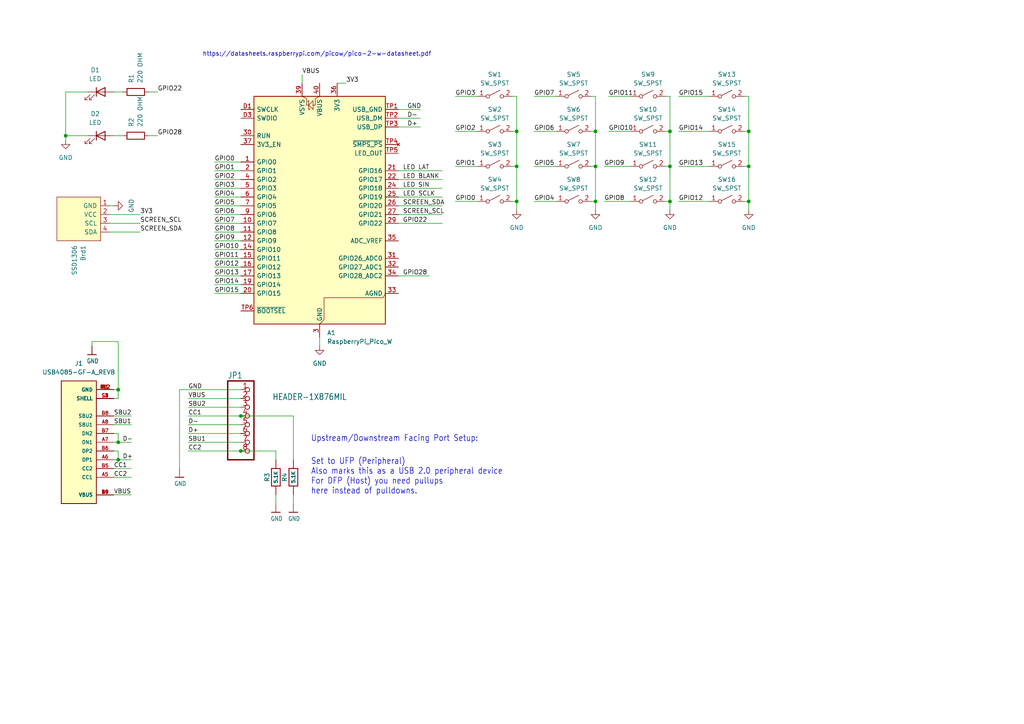
<source format=kicad_sch>
(kicad_sch (version 20250114) (generator "eeschema") (generator_version "9.0")
  (paper "A4")
  (text "https://datasheets.raspberrypi.com/picow/pico-2-w-datasheet.pdf" (at 91.948 15.748 0) (effects (font (size 1.27 1.27))))
  (text "Upstream/Downstream Facing Port Setup:" (at 90.17 128.27 0) (effects (font (size 1.778 1.5113)) (justify left bottom)))
  (text "Please note, the TLC59283DBQ's referance current should be set to aprox. 25mA with a 2.2K resistor\nwith 25mA the P channel transistor the minimium value of the pull up resitor is given by r_min = enabled_voltage / sink_current\nfrom this we get the min R is 180 Some testing may review a better higher value. I think we will start with 300" (at 103.632 221.488 0) (effects (font (size 1.27 1.27))))
  (text "Set to UFP (Peripheral)\nAlso marks this as a USB 2.0 peripheral device\nFor DFP (Host) you need pullups\nhere instead of pulldowns." (at 90.17 143.51 0) (effects (font (size 1.778 1.5113)) (justify left bottom)))
  (junction (at 149.86 38.1))
  (junction (at 175.26 261.62))
  (junction (at 52.07 294.64))
  (junction (at 114.3 311.15))
  (junction (at 78.74 300.99))
  (junction (at 92.71 294.64))
  (junction (at 78.74 255.27))
  (junction (at 172.72 38.1))
  (junction (at 149.86 48.26))
  (junction (at 194.31 38.1))
  (junction (at 217.17 58.42))
  (junction (at 20.32 311.15))
  (junction (at 59.69 260.35))
  (junction (at 39.37 260.35))
  (junction (at 20.32 288.29))
  (junction (at 52.07 248.92))
  (junction (at 72.39 317.5))
  (junction (at 19.05 260.35))
  (junction (at 38.1 300.99))
  (junction (at 38.1 255.27))
  (junction (at 69.85 130.81))
  (junction (at 60.96 265.43))
  (junction (at 72.39 294.64))
  (junction (at 92.71 317.5))
  (junction (at 58.42 255.27))
  (junction (at 19.05 306.07))
  (junction (at 17.78 255.27))
  (junction (at 114.3 264.16))
  (junction (at 17.78 278.13))
  (junction (at 72.39 271.78))
  (junction (at 40.64 311.15))
  (junction (at 40.64 265.43))
  (junction (at 217.17 48.26))
  (junction (at 17.78 300.99))
  (junction (at 172.72 58.42))
  (junction (at 20.32 265.43))
  (junction (at 114.3 232.41))
  (junction (at 34.29 113.03))
  (junction (at 114.3 255.27))
  (junction (at 38.1 278.13))
  (junction (at 217.17 38.1))
  (junction (at 19.05 39.37))
  (junction (at 40.64 288.29))
  (junction (at 52.07 271.78))
  (junction (at 114.3 302.26))
  (junction (at 92.71 271.78))
  (junction (at 39.37 283.21))
  (junction (at 80.01 306.07))
  (junction (at 34.29 133.35))
  (junction (at 80.01 260.35))
  (junction (at 34.29 128.27))
  (junction (at 179.07 261.62))
  (junction (at 39.37 306.07))
  (junction (at 72.39 248.92))
  (junction (at 80.01 283.21))
  (junction (at 19.05 283.21))
  (junction (at 81.28 288.29))
  (junction (at 58.42 300.99))
  (junction (at 60.96 311.15))
  (junction (at 58.42 278.13))
  (junction (at 60.96 288.29))
  (junction (at 78.74 278.13))
  (junction (at 194.31 48.26))
  (junction (at 121.92 278.13))
  (junction (at 52.07 317.5))
  (junction (at 114.3 278.13))
  (junction (at 81.28 311.15))
  (junction (at 59.69 306.07))
  (junction (at 69.85 120.65))
  (junction (at 121.92 255.27))
  (junction (at 114.3 287.02))
  (junction (at 59.69 283.21))
  (junction (at 114.3 241.3))
  (junction (at 149.86 58.42))
  (junction (at 172.72 48.26))
  (junction (at 81.28 265.43))
  (junction (at 92.71 248.92))
  (junction (at 194.31 58.42))
  (wire (pts (xy 62.23 288.29) (xy 60.96 288.29)))
  (wire (pts (xy 80.01 283.21) (xy 80.01 306.07)))
  (wire (pts (xy 176.53 27.94) (xy 182.88 27.94)))
  (wire (pts (xy 21.59 237.49) (xy 19.05 237.49)))
  (wire (pts (xy 19.05 306.07) (xy 19.05 322.58)))
  (wire (pts (xy 82.55 237.49) (xy 80.01 237.49)))
  (wire (pts (xy 128.27 264.16) (xy 114.3 264.16)))
  (wire (pts (xy 33.02 26.67) (xy 35.56 26.67)))
  (wire (pts (xy 34.29 130.81) (xy 34.29 133.35)))
  (wire (pts (xy 114.3 302.26) (xy 121.92 302.26)))
  (wire (pts (xy 33.02 125.73) (xy 34.29 125.73)))
  (wire (pts (xy 92.71 248.92) (xy 106.68 248.92)))
  (wire (pts (xy 41.91 311.15) (xy 40.64 311.15)))
  (wire (pts (xy 127 300.99) (xy 127 321.31)))
  (wire (pts (xy 54.61 118.11) (xy 69.85 118.11)) (stroke (width 0.1524)))
  (wire (pts (xy 39.37 306.07) (xy 39.37 326.39)))
  (wire (pts (xy 31.75 294.64) (xy 52.07 294.64)))
  (wire (pts (xy 31.75 248.92) (xy 52.07 248.92)))
  (wire (pts (xy 58.42 232.41) (xy 58.42 255.27)))
  (wire (pts (xy 132.08 48.26) (xy 138.43 48.26)))
  (wire (pts (xy 62.23 77.47) (xy 69.85 77.47)))
  (wire (pts (xy 17.78 321.31) (xy 17.78 300.99)))
  (wire (pts (xy 43.18 39.37) (xy 45.72 39.37)))
  (wire (pts (xy 92.71 294.64) (xy 106.68 294.64)))
  (wire (pts (xy 217.17 48.26) (xy 217.17 58.42)))
  (wire (pts (xy 128.27 303.53) (xy 128.27 322.58)))
  (wire (pts (xy 17.78 255.27) (xy 17.78 278.13)))
  (wire (pts (xy 40.64 327.66) (xy 181.61 327.66)))
  (wire (pts (xy 194.31 38.1) (xy 194.31 48.26)))
  (wire (pts (xy 58.42 300.99) (xy 62.23 300.99)))
  (wire (pts (xy 132.08 257.81) (xy 132.08 285.75)))
  (wire (pts (xy 196.85 58.42) (xy 205.74 58.42)))
  (wire (pts (xy 17.78 321.31) (xy 127 321.31)))
  (wire (pts (xy 38.1 278.13) (xy 38.1 300.99)))
  (wire (pts (xy 177.8 290.83) (xy 189.23 290.83)))
  (wire (pts (xy 62.23 64.77) (xy 69.85 64.77)))
  (wire (pts (xy 26.67 99.06) (xy 34.29 99.06)) (stroke (width 0.1524)))
  (wire (pts (xy 115.57 59.69) (xy 128.27 59.69)))
  (wire (pts (xy 62.23 80.01) (xy 69.85 80.01)))
  (wire (pts (xy 149.86 27.94) (xy 149.86 38.1)))
  (wire (pts (xy 21.59 300.99) (xy 17.78 300.99)))
  (wire (pts (xy 54.61 123.19) (xy 69.85 123.19)) (stroke (width 0.1524)))
  (wire (pts (xy 58.42 232.41) (xy 62.23 232.41)))
  (wire (pts (xy 31.75 317.5) (xy 52.07 317.5)))
  (wire (pts (xy 106.68 302.26) (xy 114.3 302.26)))
  (wire (pts (xy 39.37 260.35) (xy 39.37 283.21)))
  (wire (pts (xy 215.9 48.26) (xy 217.17 48.26)))
  (wire (pts (xy 41.91 265.43) (xy 40.64 265.43)))
  (wire (pts (xy 81.28 242.57) (xy 81.28 265.43)))
  (wire (pts (xy 60.96 288.29) (xy 60.96 311.15)))
  (wire (pts (xy 196.85 38.1) (xy 205.74 38.1)))
  (wire (pts (xy 62.23 311.15) (xy 60.96 311.15)))
  (wire (pts (xy 177.8 293.37) (xy 187.96 293.37)))
  (wire (pts (xy 137.16 308.61) (xy 130.81 308.61)))
  (wire (pts (xy 19.05 26.67) (xy 19.05 39.37)))
  (wire (pts (xy 52.07 294.64) (xy 72.39 294.64)))
  (wire (pts (xy 215.9 58.42) (xy 217.17 58.42)))
  (wire (pts (xy 59.69 237.49) (xy 59.69 260.35)))
  (wire (pts (xy 38.1 232.41) (xy 41.91 232.41)))
  (wire (pts (xy 33.02 128.27) (xy 34.29 128.27)))
  (wire (pts (xy 175.26 58.42) (xy 182.88 58.42)))
  (wire (pts (xy 106.68 246.38) (xy 106.68 248.92)))
  (wire (pts (xy 41.91 242.57) (xy 40.64 242.57)))
  (wire (pts (xy 196.85 27.94) (xy 205.74 27.94)))
  (wire (pts (xy 172.72 58.42) (xy 172.72 60.96)))
  (wire (pts (xy 52.07 260.35) (xy 52.07 271.78)))
  (wire (pts (xy 62.23 46.99) (xy 69.85 46.99)))
  (wire (pts (xy 19.05 260.35) (xy 19.05 283.21)))
  (wire (pts (xy 82.55 311.15) (xy 81.28 311.15)))
  (wire (pts (xy 72.39 271.78) (xy 92.71 271.78)))
  (wire (pts (xy 78.74 332.74) (xy 78.74 300.99)))
  (wire (pts (xy 175.26 261.62) (xy 179.07 261.62)))
  (wire (pts (xy 106.68 294.64) (xy 106.68 292.1)))
  (wire (pts (xy 33.02 123.19) (xy 38.1 123.19)))
  (wire (pts (xy 115.57 62.23) (xy 128.27 62.23)))
  (wire (pts (xy 129.54 290.83) (xy 129.54 241.3)))
  (wire (pts (xy 52.07 306.07) (xy 52.07 317.5)))
  (wire (pts (xy 33.02 135.89) (xy 38.1 135.89)))
  (wire (pts (xy 217.17 27.94) (xy 217.17 38.1)))
  (wire (pts (xy 187.96 293.37) (xy 187.96 334.01)))
  (wire (pts (xy 19.05 39.37) (xy 19.05 40.64)))
  (wire (pts (xy 115.57 49.53) (xy 128.27 49.53)))
  (wire (pts (xy 72.39 237.49) (xy 72.39 248.92)))
  (wire (pts (xy 54.61 128.27) (xy 69.85 128.27)) (stroke (width 0.1524)))
  (wire (pts (xy 196.85 48.26) (xy 205.74 48.26)))
  (wire (pts (xy 137.16 295.91) (xy 127 295.91)))
  (wire (pts (xy 38.1 325.12) (xy 130.81 325.12)))
  (wire (pts (xy 114.3 309.88) (xy 114.3 311.15)))
  (wire (pts (xy 38.1 255.27) (xy 41.91 255.27)))
  (wire (pts (xy 40.64 265.43) (xy 40.64 288.29)))
  (wire (pts (xy 59.69 283.21) (xy 59.69 306.07)))
  (wire (pts (xy 33.02 120.65) (xy 38.1 120.65)))
  (wire (pts (xy 115.57 36.83) (xy 121.92 36.83)))
  (wire (pts (xy 21.59 311.15) (xy 20.32 311.15)))
  (wire (pts (xy 62.23 242.57) (xy 60.96 242.57)))
  (wire (pts (xy 193.04 27.94) (xy 194.31 27.94)))
  (wire (pts (xy 130.81 308.61) (xy 130.81 325.12)))
  (wire (pts (xy 21.59 265.43) (xy 20.32 265.43)))
  (wire (pts (xy 137.16 298.45) (xy 125.73 298.45)))
  (wire (pts (xy 54.61 130.81) (xy 69.85 130.81)) (stroke (width 0.1524)))
  (wire (pts (xy 60.96 265.43) (xy 60.96 288.29)))
  (wire (pts (xy 180.34 326.39) (xy 180.34 308.61)))
  (wire (pts (xy 69.85 115.57) (xy 54.61 115.57)) (stroke (width 0.1524)))
  (wire (pts (xy 81.28 265.43) (xy 81.28 288.29)))
  (wire (pts (xy 189.23 266.7) (xy 189.23 261.62)))
  (wire (pts (xy 194.31 58.42) (xy 194.31 60.96)))
  (wire (pts (xy 149.86 58.42) (xy 149.86 60.96)))
  (wire (pts (xy 31.75 62.23) (xy 40.64 62.23)))
  (wire (pts (xy 177.8 306.07) (xy 181.61 306.07)))
  (wire (pts (xy 193.04 58.42) (xy 194.31 58.42)))
  (wire (pts (xy 58.42 278.13) (xy 58.42 300.99)))
  (wire (pts (xy 181.61 306.07) (xy 181.61 327.66)))
  (wire (pts (xy 62.23 62.23) (xy 69.85 62.23)))
  (wire (pts (xy 82.55 260.35) (xy 80.01 260.35)))
  (wire (pts (xy 20.32 323.85) (xy 129.54 323.85)))
  (wire (pts (xy 41.91 288.29) (xy 40.64 288.29)))
  (wire (pts (xy 20.32 265.43) (xy 20.32 288.29)))
  (wire (pts (xy 189.23 274.32) (xy 189.23 280.67)))
  (wire (pts (xy 106.68 278.13) (xy 106.68 281.94)))
  (wire (pts (xy 78.74 278.13) (xy 82.55 278.13)))
  (wire (pts (xy 97.79 24.13) (xy 100.33 24.13)))
  (wire (pts (xy 62.23 260.35) (xy 59.69 260.35)))
  (wire (pts (xy 20.32 288.29) (xy 20.32 311.15)))
  (wire (pts (xy 85.09 120.65) (xy 85.09 133.35)) (stroke (width 0.1524)))
  (wire (pts (xy 129.54 323.85) (xy 129.54 306.07)))
  (wire (pts (xy 154.94 27.94) (xy 161.29 27.94)))
  (wire (pts (xy 137.16 300.99) (xy 127 300.99)))
  (wire (pts (xy 115.57 54.61) (xy 128.27 54.61)))
  (wire (pts (xy 106.68 302.26) (xy 106.68 306.07)))
  (wire (pts (xy 137.16 290.83) (xy 129.54 290.83)))
  (wire (pts (xy 176.53 38.1) (xy 182.88 38.1)))
  (wire (pts (xy 41.91 283.21) (xy 39.37 283.21)))
  (wire (pts (xy 17.78 255.27) (xy 21.59 255.27)))
  (wire (pts (xy 72.39 283.21) (xy 72.39 294.64)))
  (wire (pts (xy 80.01 260.35) (xy 80.01 283.21)))
  (wire (pts (xy 177.8 300.99) (xy 184.15 300.99)))
  (wire (pts (xy 62.23 82.55) (xy 69.85 82.55)))
  (wire (pts (xy 82.55 265.43) (xy 81.28 265.43)))
  (wire (pts (xy 171.45 38.1) (xy 172.72 38.1)))
  (wire (pts (xy 62.23 74.93) (xy 69.85 74.93)))
  (wire (pts (xy 125.73 298.45) (xy 125.73 311.15)))
  (wire (pts (xy 40.64 242.57) (xy 40.64 265.43)))
  (wire (pts (xy 179.07 283.21) (xy 179.07 279.4)))
  (wire (pts (xy 34.29 133.35) (xy 38.1 133.35)))
  (wire (pts (xy 19.05 283.21) (xy 19.05 306.07)))
  (wire (pts (xy 154.94 58.42) (xy 161.29 58.42)))
  (wire (pts (xy 115.57 57.15) (xy 128.27 57.15)))
  (wire (pts (xy 39.37 283.21) (xy 39.37 306.07)))
  (wire (pts (xy 59.69 306.07) (xy 59.69 330.2)))
  (wire (pts (xy 137.16 303.53) (xy 128.27 303.53)))
  (wire (pts (xy 171.45 27.94) (xy 172.72 27.94)))
  (wire (pts (xy 52.07 237.49) (xy 52.07 248.92)))
  (wire (pts (xy 52.07 317.5) (xy 72.39 317.5)))
  (wire (pts (xy 19.05 237.49) (xy 19.05 260.35)))
  (wire (pts (xy 171.45 58.42) (xy 172.72 58.42)))
  (wire (pts (xy 78.74 300.99) (xy 82.55 300.99)))
  (wire (pts (xy 72.39 294.64) (xy 92.71 294.64)))
  (wire (pts (xy 92.71 317.5) (xy 106.68 317.5)))
  (wire (pts (xy 129.54 306.07) (xy 137.16 306.07)))
  (wire (pts (xy 125.73 311.15) (xy 114.3 311.15)))
  (wire (pts (xy 175.26 261.62) (xy 175.26 265.43)))
  (wire (pts (xy 21.59 306.07) (xy 19.05 306.07)))
  (wire (pts (xy 171.45 48.26) (xy 172.72 48.26)))
  (wire (pts (xy 130.81 255.27) (xy 143.51 255.27)))
  (wire (pts (xy 62.23 54.61) (xy 69.85 54.61)))
  (wire (pts (xy 17.78 278.13) (xy 21.59 278.13)))
  (wire (pts (xy 21.59 288.29) (xy 20.32 288.29)))
  (wire (pts (xy 85.09 146.05) (xy 85.09 143.51)) (stroke (width 0.1524)))
  (wire (pts (xy 78.74 232.41) (xy 82.55 232.41)))
  (wire (pts (xy 132.08 38.1) (xy 138.43 38.1)))
  (wire (pts (xy 62.23 49.53) (xy 69.85 49.53)))
  (wire (pts (xy 115.57 80.01) (xy 124.46 80.01)))
  (wire (pts (xy 127 287.02) (xy 114.3 287.02)))
  (wire (pts (xy 52.07 248.92) (xy 72.39 248.92)))
  (wire (pts (xy 148.59 38.1) (xy 149.86 38.1)))
  (wire (pts (xy 78.74 332.74) (xy 186.69 332.74)))
  (wire (pts (xy 182.88 303.53) (xy 182.88 328.93)))
  (wire (pts (xy 92.71 294.64) (xy 92.71 283.21)))
  (wire (pts (xy 62.23 237.49) (xy 59.69 237.49)))
  (wire (pts (xy 80.01 130.81) (xy 80.01 133.35)) (stroke (width 0.1524)))
  (wire (pts (xy 62.23 265.43) (xy 60.96 265.43)))
  (wire (pts (xy 184.15 300.99) (xy 184.15 330.2)))
  (wire (pts (xy 17.78 232.41) (xy 21.59 232.41)))
  (wire (pts (xy 185.42 298.45) (xy 185.42 331.47)))
  (wire (pts (xy 52.07 271.78) (xy 72.39 271.78)))
  (wire (pts (xy 180.34 308.61) (xy 177.8 308.61)))
  (wire (pts (xy 21.59 260.35) (xy 19.05 260.35)))
  (wire (pts (xy 33.02 59.69) (xy 31.75 59.69)))
  (wire (pts (xy 193.04 38.1) (xy 194.31 38.1)))
  (wire (pts (xy 38.1 300.99) (xy 41.91 300.99)))
  (wire (pts (xy 114.3 262.89) (xy 114.3 264.16)))
  (wire (pts (xy 21.59 283.21) (xy 19.05 283.21)))
  (wire (pts (xy 33.02 115.57) (xy 34.29 115.57)))
  (wire (pts (xy 80.01 306.07) (xy 80.01 334.01)))
  (wire (pts (xy 40.64 311.15) (xy 40.64 327.66)))
  (wire (pts (xy 59.69 330.2) (xy 184.15 330.2)))
  (wire (pts (xy 172.72 48.26) (xy 172.72 58.42)))
  (wire (pts (xy 39.37 237.49) (xy 39.37 260.35)))
  (wire (pts (xy 148.59 58.42) (xy 149.86 58.42)))
  (wire (pts (xy 92.71 317.5) (xy 92.71 306.07)))
  (wire (pts (xy 33.02 39.37) (xy 35.56 39.37)))
  (wire (pts (xy 134.62 261.62) (xy 175.26 261.62)))
  (wire (pts (xy 106.68 255.27) (xy 114.3 255.27)))
  (wire (pts (xy 72.39 248.92) (xy 92.71 248.92)))
  (wire (pts (xy 72.39 306.07) (xy 72.39 317.5)))
  (wire (pts (xy 72.39 317.5) (xy 92.71 317.5)))
  (wire (pts (xy 129.54 241.3) (xy 114.3 241.3)))
  (wire (pts (xy 175.26 48.26) (xy 182.88 48.26)))
  (wire (pts (xy 58.42 328.93) (xy 58.42 300.99)))
  (wire (pts (xy 69.85 120.65) (xy 85.09 120.65)) (stroke (width 0.1524)))
  (wire (pts (xy 81.28 335.28) (xy 189.23 335.28)))
  (wire (pts (xy 217.17 58.42) (xy 217.17 60.96)))
  (wire (pts (xy 154.94 48.26) (xy 161.29 48.26)))
  (wire (pts (xy 114.3 240.03) (xy 114.3 241.3)))
  (wire (pts (xy 25.4 26.67) (xy 19.05 26.67)))
  (wire (pts (xy 121.92 232.41) (xy 121.92 255.27)))
  (wire (pts (xy 137.16 283.21) (xy 133.35 283.21)))
  (wire (pts (xy 115.57 31.75) (xy 121.92 31.75)))
  (wire (pts (xy 33.02 138.43) (xy 38.1 138.43)))
  (wire (pts (xy 34.29 125.73) (xy 34.29 128.27)))
  (wire (pts (xy 106.68 232.41) (xy 106.68 236.22)))
  (wire (pts (xy 69.85 113.03) (xy 52.07 113.03)) (stroke (width 0.1524)))
  (wire (pts (xy 38.1 255.27) (xy 38.1 278.13)))
  (wire (pts (xy 54.61 120.65) (xy 69.85 120.65)) (stroke (width 0.1524)))
  (wire (pts (xy 17.78 278.13) (xy 17.78 300.99)))
  (wire (pts (xy 82.55 306.07) (xy 80.01 306.07)))
  (wire (pts (xy 82.55 242.57) (xy 81.28 242.57)))
  (wire (pts (xy 82.55 288.29) (xy 81.28 288.29)))
  (wire (pts (xy 179.07 261.62) (xy 179.07 271.78)))
  (wire (pts (xy 17.78 232.41) (xy 17.78 255.27)))
  (wire (pts (xy 40.64 288.29) (xy 40.64 311.15)))
  (wire (pts (xy 78.74 278.13) (xy 78.74 300.99)))
  (wire (pts (xy 215.9 38.1) (xy 217.17 38.1)))
  (wire (pts (xy 52.07 283.21) (xy 52.07 294.64)))
  (wire (pts (xy 20.32 311.15) (xy 20.32 323.85)))
  (wire (pts (xy 217.17 38.1) (xy 217.17 48.26)))
  (wire (pts (xy 62.23 67.31) (xy 69.85 67.31)))
  (wire (pts (xy 81.28 311.15) (xy 81.28 335.28)))
  (wire (pts (xy 39.37 326.39) (xy 180.34 326.39)))
  (wire (pts (xy 43.18 26.67) (xy 45.72 26.67)))
  (wire (pts (xy 58.42 255.27) (xy 58.42 278.13)))
  (wire (pts (xy 31.75 260.35) (xy 31.75 271.78)))
  (wire (pts (xy 31.75 271.78) (xy 52.07 271.78)))
  (wire (pts (xy 87.63 21.59) (xy 87.63 24.13)))
  (wire (pts (xy 92.71 271.78) (xy 106.68 271.78)))
  (wire (pts (xy 62.23 85.09) (xy 69.85 85.09)))
  (wire (pts (xy 92.71 271.78) (xy 92.71 260.35)))
  (wire (pts (xy 20.32 242.57) (xy 20.32 265.43)))
  (wire (pts (xy 130.81 255.27) (xy 130.81 288.29)))
  (wire (pts (xy 106.68 255.27) (xy 106.68 259.08)))
  (wire (pts (xy 132.08 257.81) (xy 143.51 257.81)))
  (wire (pts (xy 115.57 34.29) (xy 121.92 34.29)))
  (wire (pts (xy 62.23 52.07) (xy 69.85 52.07)))
  (wire (pts (xy 38.1 325.12) (xy 38.1 300.99)))
  (wire (pts (xy 69.85 130.81) (xy 80.01 130.81)) (stroke (width 0.1524)))
  (wire (pts (xy 115.57 64.77) (xy 128.27 64.77)))
  (wire (pts (xy 34.29 115.57) (xy 34.29 113.03)))
  (wire (pts (xy 106.68 232.41) (xy 114.3 232.41)))
  (wire (pts (xy 72.39 260.35) (xy 72.39 271.78)))
  (wire (pts (xy 62.23 72.39) (xy 69.85 72.39)))
  (wire (pts (xy 62.23 57.15) (xy 69.85 57.15)))
  (wire (pts (xy 60.96 242.57) (xy 60.96 265.43)))
  (wire (pts (xy 149.86 38.1) (xy 149.86 48.26)))
  (wire (pts (xy 179.07 261.62) (xy 189.23 261.62)))
  (wire (pts (xy 137.16 293.37) (xy 128.27 293.37)))
  (wire (pts (xy 134.62 280.67) (xy 134.62 261.62)))
  (wire (pts (xy 81.28 288.29) (xy 81.28 311.15)))
  (wire (pts (xy 177.8 298.45) (xy 185.42 298.45)))
  (wire (pts (xy 39.37 306.07) (xy 41.91 306.07)))
  (wire (pts (xy 106.68 271.78) (xy 106.68 269.24)))
  (wire (pts (xy 189.23 290.83) (xy 189.23 335.28)))
  (wire (pts (xy 33.02 130.81) (xy 34.29 130.81)))
  (wire (pts (xy 25.4 39.37) (xy 19.05 39.37)))
  (wire (pts (xy 31.75 67.31) (xy 40.64 67.31)))
  (wire (pts (xy 52.07 113.03) (xy 52.07 135.89)) (stroke (width 0.1524)))
  (wire (pts (xy 62.23 69.85) (xy 69.85 69.85)))
  (wire (pts (xy 106.68 317.5) (xy 106.68 316.23)))
  (wire (pts (xy 115.57 52.07) (xy 128.27 52.07)))
  (wire (pts (xy 78.74 255.27) (xy 78.74 278.13)))
  (wire (pts (xy 59.69 260.35) (xy 59.69 283.21)))
  (wire (pts (xy 54.61 125.73) (xy 69.85 125.73)) (stroke (width 0.1524)))
  (wire (pts (xy 114.3 255.27) (xy 121.92 255.27)))
  (wire (pts (xy 80.01 237.49) (xy 80.01 260.35)))
  (wire (pts (xy 62.23 283.21) (xy 59.69 283.21)))
  (wire (pts (xy 133.35 260.35) (xy 143.51 260.35)))
  (wire (pts (xy 41.91 260.35) (xy 39.37 260.35)))
  (wire (pts (xy 127 295.91) (xy 127 287.02)))
  (wire (pts (xy 21.59 242.57) (xy 20.32 242.57)))
  (wire (pts (xy 80.01 334.01) (xy 187.96 334.01)))
  (wire (pts (xy 34.29 128.27) (xy 38.1 128.27)))
  (wire (pts (xy 19.05 322.58) (xy 128.27 322.58)))
  (wire (pts (xy 38.1 232.41) (xy 38.1 255.27)))
  (wire (pts (xy 58.42 328.93) (xy 182.88 328.93)))
  (wire (pts (xy 149.86 48.26) (xy 149.86 58.42)))
  (wire (pts (xy 177.8 288.29) (xy 189.23 288.29)))
  (wire (pts (xy 177.8 280.67) (xy 189.23 280.67)))
  (wire (pts (xy 78.74 255.27) (xy 82.55 255.27)))
  (wire (pts (xy 215.9 27.94) (xy 217.17 27.94)))
  (wire (pts (xy 34.29 99.06) (xy 34.29 113.03)) (stroke (width 0.1524)))
  (wire (pts (xy 172.72 27.94) (xy 172.72 38.1)))
  (wire (pts (xy 194.31 27.94) (xy 194.31 38.1)))
  (wire (pts (xy 31.75 283.21) (xy 31.75 294.64)))
  (wire (pts (xy 58.42 278.13) (xy 62.23 278.13)))
  (wire (pts (xy 33.02 143.51) (xy 38.1 143.51)))
  (wire (pts (xy 106.68 278.13) (xy 114.3 278.13)))
  (wire (pts (xy 34.29 113.03) (xy 33.02 113.03)) (stroke (width 0.1524)))
  (wire (pts (xy 114.3 285.75) (xy 114.3 287.02)))
  (wire (pts (xy 154.94 38.1) (xy 161.29 38.1)))
  (wire (pts (xy 31.75 64.77) (xy 40.64 64.77)))
  (wire (pts (xy 26.67 99.06) (xy 26.67 100.33)) (stroke (width 0.1524)))
  (wire (pts (xy 78.74 232.41) (xy 78.74 255.27)))
  (wire (pts (xy 31.75 237.49) (xy 31.75 248.92)))
  (wire (pts (xy 148.59 27.94) (xy 149.86 27.94)))
  (wire (pts (xy 134.62 280.67) (xy 137.16 280.67)))
  (wire (pts (xy 194.31 48.26) (xy 194.31 58.42)))
  (wire (pts (xy 193.04 48.26) (xy 194.31 48.26)))
  (wire (pts (xy 177.8 295.91) (xy 186.69 295.91)))
  (wire (pts (xy 172.72 38.1) (xy 172.72 48.26)))
  (wire (pts (xy 33.02 133.35) (xy 34.29 133.35)))
  (wire (pts (xy 60.96 311.15) (xy 60.96 331.47)))
  (wire (pts (xy 62.23 59.69) (xy 69.85 59.69)))
  (wire (pts (xy 41.91 237.49) (xy 39.37 237.49)))
  (wire (pts (xy 38.1 278.13) (xy 41.91 278.13)))
  (wire (pts (xy 177.8 283.21) (xy 179.07 283.21)))
  (wire (pts (xy 31.75 306.07) (xy 31.75 317.5)))
  (wire (pts (xy 114.3 278.13) (xy 121.92 278.13)))
  (wire (pts (xy 186.69 295.91) (xy 186.69 332.74)))
  (wire (pts (xy 132.08 27.94) (xy 138.43 27.94)))
  (wire (pts (xy 114.3 232.41) (xy 121.92 232.41)))
  (wire (pts (xy 92.71 97.79) (xy 92.71 100.33)))
  (wire (pts (xy 58.42 255.27) (xy 62.23 255.27)))
  (wire (pts (xy 92.71 248.92) (xy 92.71 237.49)))
  (wire (pts (xy 132.08 58.42) (xy 138.43 58.42)))
  (wire (pts (xy 62.23 306.07) (xy 59.69 306.07)))
  (wire (pts (xy 60.96 331.47) (xy 185.42 331.47)))
  (wire (pts (xy 128.27 293.37) (xy 128.27 264.16)))
  (wire (pts (xy 133.35 260.35) (xy 133.35 283.21)))
  (wire (pts (xy 148.59 48.26) (xy 149.86 48.26)))
  (wire (pts (xy 80.01 143.51) (xy 80.01 146.05)) (stroke (width 0.1524)))
  (wire (pts (xy 177.8 303.53) (xy 182.88 303.53)))
  (wire (pts (xy 82.55 283.21) (xy 80.01 283.21)))
  (wire (pts (xy 137.16 288.29) (xy 130.81 288.29)))
  (wire (pts (xy 121.92 278.13) (xy 121.92 302.26)))
  (wire (pts (xy 121.92 255.27) (xy 121.92 278.13)))
  (wire (pts (xy 137.16 285.75) (xy 132.08 285.75)))
  (label "GPIO0" (at 62.23 46.99 0))
  (label "SCREEN_SCL" (at 40.64 64.77 0))
  (label "D-" (at 118.11 34.29 0))
  (label "GPIO5" (at 62.23 59.69 0))
  (label "GPIO14" (at 196.85 38.1 0))
  (label "SBU2" (at 33.02 120.65 0) (effects (font (size 1.2446 1.2446))))
  (label "GPIO3" (at 62.23 54.61 0))
  (label "3V3" (at 100.33 24.13 0))
  (label "GPIO2" (at 62.23 52.07 0))
  (label "GPIO1" (at 132.08 48.26 0))
  (label "GPIO22" (at 116.84 64.77 0))
  (label "GPIO8" (at 62.23 67.31 0))
  (label "SCREEN_SCL" (at 116.84 62.23 0))
  (label "GPIO4" (at 62.23 57.15 0))
  (label "GPIO28" (at 116.84 80.01 0))
  (label "GPIO2" (at 132.08 38.1 0))
  (label "D+" (at 54.61 125.73 0) (effects (font (size 1.2446 1.2446))))
  (label "VBUS" (at 87.63 21.59 0))
  (label "D-" (at 35.56 128.27 0) (effects (font (size 1.2446 1.2446))))
  (label "GPIO6" (at 154.94 38.1 0))
  (label "GPIO22" (at 45.72 26.67 0))
  (label "CC2" (at 33.02 138.43 0) (effects (font (size 1.2446 1.2446))))
  (label "GPIO15" (at 196.85 27.94 0))
  (label "D-" (at 54.61 123.19 0) (effects (font (size 1.2446 1.2446))))
  (label "LED BLANK" (at 116.84 52.07 0))
  (label "GPIO7" (at 62.23 64.77 0))
  (label "GND" (at 54.61 113.03 0) (effects (font (size 1.2446 1.2446))))
  (label "GPIO4" (at 154.94 58.42 0))
  (label "D+" (at 118.11 36.83 0))
  (label "GPIO15" (at 62.23 85.09 0))
  (label "GPIO12" (at 62.23 77.47 0))
  (label "SBU1" (at 54.61 128.27 0) (effects (font (size 1.2446 1.2446))))
  (label "GPIO8" (at 175.26 58.42 0))
  (label "VBUS" (at 33.02 143.51 0) (effects (font (size 1.2446 1.2446))))
  (label "GPIO13" (at 196.85 48.26 0))
  (label "LED BLANK" (at 180.34 288.29 0))
  (label "LED SIN" (at 134.62 260.35 0))
  (label "GPIO7" (at 154.94 27.94 0))
  (label "GPIO11" (at 176.53 27.94 0))
  (label "D+" (at 35.56 133.35 0) (effects (font (size 1.2446 1.2446))))
  (label "SBU2" (at 54.61 118.11 0) (effects (font (size 1.2446 1.2446))))
  (label "CC1" (at 33.02 135.89 0) (effects (font (size 1.2446 1.2446))))
  (label "GPIO14" (at 62.23 82.55 0))
  (label "SBU1" (at 33.02 123.19 0) (effects (font (size 1.2446 1.2446))))
  (label "LED SCLK" (at 116.84 57.15 0))
  (label "LED SCLK" (at 134.62 257.81 0))
  (label "GPIO9" (at 62.23 69.85 0))
  (label "GPIO10" (at 176.53 38.1 0))
  (label "GPIO12" (at 196.85 58.42 0))
  (label "VBUS" (at 54.61 115.57 0) (effects (font (size 1.2446 1.2446))))
  (label "GPIO28" (at 45.72 39.37 0))
  (label "GPIO3" (at 132.08 27.94 0))
  (label "SCREEN_SDA" (at 40.64 67.31 0))
  (label "LED LAT" (at 116.84 49.53 0))
  (label "GND" (at 118.11 31.75 0))
  (label "CC2" (at 54.61 130.81 0) (effects (font (size 1.2446 1.2446))))
  (label "GPIO1" (at 62.23 49.53 0))
  (label "LED SIN" (at 116.84 54.61 0))
  (label "GPIO11" (at 62.23 74.93 0))
  (label "3V3" (at 40.64 62.23 0))
  (label "GPIO5" (at 154.94 48.26 0))
  (label "GPIO9" (at 175.26 48.26 0))
  (label "GPIO6" (at 62.23 62.23 0))
  (label "GPIO13" (at 62.23 80.01 0))
  (label "CC1" (at 54.61 120.65 0) (effects (font (size 1.2446 1.2446))))
  (label "SCREEN_SDA" (at 116.84 59.69 0))
  (label "LED LAT" (at 134.62 255.27 0))
  (label "GPIO0" (at 132.08 58.42 0))
  (label "GPIO10" (at 62.23 72.39 0))
  (symbol (lib_id "power:GND") (at 149.86 60.96 0) (unit 1)
    (property "Reference" "#PWR01" (effects (hide yes)))
    (property "Value" "GND" (at 149.86 66.04 0))
    (property "Description" "Power symbol creates a global label with name \"GND\" , ground" (effects (hide yes)))
  )
  (symbol (lib_id "LED:ASMB-MTB1-0A3A2") (at 26.67 306.07 0) (unit 1)
    (property "Reference" "ST4" (at 26.67 295.148 0))
    (property "Value" "ASMB-MTB1-0A3A2" (effects (hide yes)))
    (property "Footprint" "LED_SMD:LED_Avago_PLCC4_3.2x2.8mm_CW" (effects (hide yes)))
    (property "Datasheet" "https://docs.broadcom.com/docs/AV02-4194EN" (effects (hide yes)))
    (property "Description" "Tricolor Black Surface LED, Common Anode Pin 4, PLCC-4" (effects (hide yes)))
  )
  (symbol (lib_id "Transistor_FET:IRLML6401") (at 109.22 264.16 180) (unit 1)
    (property "Reference" "Q2" (at 104.14 262.8899 0) (effects (justify left)))
    (property "Value" "IRLML6401" (at 104.14 265.4299 0) (effects (justify left)))
    (property "Footprint" "Package_TO_SOT_SMD:SOT-23" (effects (hide yes)))
    (property "Datasheet" "https://www.infineon.com/dgdl/irlml6401pbf.pdf?fileId=5546d462533600a401535668b96d2634" (effects (hide yes)))
    (property "Description" "-4.3A Id, -12V Vds, 50mOhm Rds, P-Channel HEXFET Power MOSFET, SOT-23" (effects (hide yes)))
  )
  (symbol (lib_id "Switch:SW_SPST") (at 187.96 38.1 0) (unit 1)
    (property "Reference" "SW10" (at 187.96 31.75 0))
    (property "Value" "SW_SPST" (at 187.96 34.29 0))
    (property "Footprint" "Switch_Keyboard_Cherry_MX:SW_Cherry_MX_PCB_1.00u" (effects (hide yes)))
    (property "Description" "Single Pole Single Throw (SPST) switch" (effects (hide yes)))
  )
  (symbol (lib_id "Adafruit USB Type C Downstream Breakout rev B-eagle-import:RESISTOR_0603_NOOUT") (at 85.09 138.43 90) (unit 1)
    (property "Reference" "R4" (at 82.55 138.43 0))
    (property "Value" "5.1K" (at 85.09 138.43 0) (effects (font (size 1.016 1.016) (thickness 0.2032) (bold yes))))
    (property "Footprint" "Resistor_SMD:R_0805_2012Metric" (effects (hide yes)))
  )
  (symbol (lib_id "LED:ASMB-MTB1-0A3A2") (at 67.31 306.07 0) (unit 1)
    (property "Reference" "ST12" (at 67.31 294.894 0))
    (property "Value" "ASMB-MTB1-0A3A2" (effects (hide yes)))
    (property "Footprint" "LED_SMD:LED_Avago_PLCC4_3.2x2.8mm_CW" (effects (hide yes)))
    (property "Datasheet" "https://docs.broadcom.com/docs/AV02-4194EN" (effects (hide yes)))
    (property "Description" "Tricolor Black Surface LED, Common Anode Pin 4, PLCC-4" (effects (hide yes)))
  )
  (symbol (lib_id "Device:LED") (at 29.21 39.37 0) (unit 1)
    (property "Reference" "D2" (at 27.6225 33.02 0))
    (property "Value" "LED" (at 27.6225 35.56 0))
    (property "Footprint" "LED_THT:LED_D5.0mm_Clear" (effects (hide yes)))
    (property "Description" "Light emitting diode" (effects (hide yes)))
    (property "Sim.Pins" "1=K 2=A" (effects (hide yes)))
  )
  (symbol (lib_id "LED:ASMB-MTB1-0A3A2") (at 26.67 283.21 0) (unit 1)
    (property "Reference" "ST3" (at 26.67 272.288 0))
    (property "Value" "ASMB-MTB1-0A3A2" (effects (hide yes)))
    (property "Footprint" "LED_SMD:LED_Avago_PLCC4_3.2x2.8mm_CW" (effects (hide yes)))
    (property "Datasheet" "https://docs.broadcom.com/docs/AV02-4194EN" (effects (hide yes)))
    (property "Description" "Tricolor Black Surface LED, Common Anode Pin 4, PLCC-4" (effects (hide yes)))
  )
  (symbol (lib_id "Device:C") (at 189.23 270.51 0) (unit 1)
    (property "Reference" "C1" (at 194.31 269.2399 0) (effects (justify left)))
    (property "Value" "I dont know something big" (at 194.31 271.7799 0) (effects (justify left)))
    (property "Footprint" "Capacitor_SMD:C_0805_2012Metric" (effects (hide yes)))
    (property "Description" "Unpolarized capacitor" (effects (hide yes)))
  )
  (symbol (lib_id "LED:ASMB-MTB1-0A3A2") (at 87.63 283.21 0) (unit 1)
    (property "Reference" "ST15" (at 87.63 272.288 0))
    (property "Value" "ASMB-MTB1-0A3A2" (effects (hide yes)))
    (property "Footprint" "LED_SMD:LED_Avago_PLCC4_3.2x2.8mm_CW" (effects (hide yes)))
    (property "Datasheet" "https://docs.broadcom.com/docs/AV02-4194EN" (effects (hide yes)))
    (property "Description" "Tricolor Black Surface LED, Common Anode Pin 4, PLCC-4" (effects (hide yes)))
  )
  (symbol (lib_id "Transistor_FET:IRLML6401") (at 109.22 287.02 180) (unit 1)
    (property "Reference" "Q3" (at 104.14 285.7499 0) (effects (justify left)))
    (property "Value" "IRLML6401" (at 104.14 288.2899 0) (effects (justify left)))
    (property "Footprint" "Package_TO_SOT_SMD:SOT-23" (effects (hide yes)))
    (property "Datasheet" "https://www.infineon.com/dgdl/irlml6401pbf.pdf?fileId=5546d462533600a401535668b96d2634" (effects (hide yes)))
    (property "Description" "-4.3A Id, -12V Vds, 50mOhm Rds, P-Channel HEXFET Power MOSFET, SOT-23" (effects (hide yes)))
  )
  (symbol (lib_id "Device:R") (at 39.37 39.37 90) (unit 1)
    (property "Reference" "R2" (at 38.0999 36.83 0) (effects (justify left)))
    (property "Value" "220 OHM" (at 40.6399 36.83 0) (effects (justify left)))
    (property "Footprint" "Resistor_THT:R_Axial_DIN0204_L3.6mm_D1.6mm_P7.62mm_Horizontal" (effects (hide yes)))
    (property "Description" "Resistor" (effects (hide yes)))
  )
  (symbol (lib_id "power:GND") (at 175.26 265.43 0) (unit 1)
    (property "Reference" "#PWR09" (effects (hide yes)))
    (property "Value" "GND" (at 175.26 270.51 0))
    (property "Description" "Power symbol creates a global label with name \"GND\" , ground" (effects (hide yes)))
  )
  (symbol (lib_id "power:GND") (at 92.71 100.33 0) (unit 1)
    (property "Reference" "#PWR06" (effects (hide yes)))
    (property "Value" "GND" (at 92.71 105.41 0))
    (property "Description" "Power symbol creates a global label with name \"GND\" , ground" (effects (hide yes)))
  )
  (symbol (lib_id "Switch:SW_SPST") (at 187.96 27.94 0) (unit 1)
    (property "Reference" "SW9" (at 187.96 21.59 0))
    (property "Value" "SW_SPST" (at 187.96 24.13 0))
    (property "Footprint" "Switch_Keyboard_Cherry_MX:SW_Cherry_MX_PCB_1.00u" (effects (hide yes)))
    (property "Description" "Single Pole Single Throw (SPST) switch" (effects (hide yes)))
  )
  (symbol (lib_id "Switch:SW_SPST") (at 166.37 38.1 0) (unit 1)
    (property "Reference" "SW6" (at 166.37 31.75 0))
    (property "Value" "SW_SPST" (at 166.37 34.29 0))
    (property "Footprint" "Switch_Keyboard_Cherry_MX:SW_Cherry_MX_PCB_1.00u" (effects (hide yes)))
    (property "Description" "Single Pole Single Throw (SPST) switch" (effects (hide yes)))
  )
  (symbol (lib_id "Adafruit USB Type C Downstream Breakout rev B-eagle-import:HEADER-1X876MIL") (at 72.39 123.19 0) (unit 1)
    (property "Reference" "JP1" (at 66.04 109.855 0) (effects (font (size 1.778 1.5113)) (justify left bottom)))
    (property "Value" "HEADER-1X876MIL" (at 78.994 116.078 0) (effects (font (size 1.778 1.5113)) (justify left bottom)))
    (property "Footprint" "Connector_PinHeader_2.54mm:PinHeader_1x08_P2.54mm_Vertical" (effects (hide yes)))
  )
  (symbol (lib_id "SSD1306-128x64_OLED:SSD1306") (at 22.86 63.5 270) (unit 1)
    (property "Reference" "Brd1" (at 24.1301 71.12 0) (effects (justify left)))
    (property "Value" "SSD1306" (at 21.5901 71.12 0) (effects (justify left)))
    (property "Footprint" "Display:Adafruit_SSD1306" (effects (hide yes)))
    (property "Description" "SSD1306 OLED" (effects (hide yes)))
  )
  (symbol (lib_id "LED:ASMB-MTB1-0A3A2") (at 26.67 260.35 0) (unit 1)
    (property "Reference" "ST2" (at 26.67 249.428 0))
    (property "Value" "ASMB-MTB1-0A3A2" (effects (hide yes)))
    (property "Footprint" "LED_SMD:LED_Avago_PLCC4_3.2x2.8mm_CW" (effects (hide yes)))
    (property "Datasheet" "https://docs.broadcom.com/docs/AV02-4194EN" (effects (hide yes)))
    (property "Description" "Tricolor Black Surface LED, Common Anode Pin 4, PLCC-4" (effects (hide yes)))
  )
  (symbol (lib_id "Adafruit USB Type C Downstream Breakout rev B-eagle-import:RESISTOR_0603_NOOUT") (at 80.01 138.43 90) (unit 1)
    (property "Reference" "R3" (at 77.47 138.43 0))
    (property "Value" "5.1K" (at 80.01 138.43 0) (effects (font (size 1.016 1.016) (thickness 0.2032) (bold yes))))
    (property "Footprint" "Resistor_SMD:R_0805_2012Metric" (effects (hide yes)))
  )
  (symbol (lib_id "power:GND") (at 172.72 60.96 0) (unit 1)
    (property "Reference" "#PWR02" (effects (hide yes)))
    (property "Value" "GND" (at 172.72 66.04 0))
    (property "Description" "Power symbol creates a global label with name \"GND\" , ground" (effects (hide yes)))
  )
  (symbol (lib_id "Switch:SW_SPST") (at 210.82 27.94 0) (unit 1)
    (property "Reference" "SW13" (at 210.82 21.59 0))
    (property "Value" "SW_SPST" (at 210.82 24.13 0))
    (property "Footprint" "Switch_Keyboard_Cherry_MX:SW_Cherry_MX_PCB_1.00u" (effects (hide yes)))
    (property "Description" "Single Pole Single Throw (SPST) switch" (effects (hide yes)))
  )
  (symbol (lib_id "Device:R") (at 179.07 275.59 0) (unit 1)
    (property "Reference" "R9" (at 181.102 274.574 0) (effects (justify left)))
    (property "Value" "2.2 K" (at 181.102 276.352 0) (effects (justify left)))
    (property "Footprint" "Resistor_SMD:R_0805_2012Metric" (effects (hide yes)))
    (property "Description" "Resistor" (effects (hide yes)))
  )
  (symbol (lib_id "LED:ASMB-MTB1-0A3A2") (at 46.99 260.35 0) (unit 1)
    (property "Reference" "ST6" (at 46.99 249.428 0))
    (property "Value" "ASMB-MTB1-0A3A2" (effects (hide yes)))
    (property "Footprint" "LED_SMD:LED_Avago_PLCC4_3.2x2.8mm_CW" (effects (hide yes)))
    (property "Datasheet" "https://docs.broadcom.com/docs/AV02-4194EN" (effects (hide yes)))
    (property "Description" "Tricolor Black Surface LED, Common Anode Pin 4, PLCC-4" (effects (hide yes)))
  )
  (symbol (lib_id "Switch:SW_SPST") (at 210.82 48.26 0) (unit 1)
    (property "Reference" "SW15" (at 210.82 41.91 0))
    (property "Value" "SW_SPST" (at 210.82 44.45 0))
    (property "Footprint" "Switch_Keyboard_Cherry_MX:SW_Cherry_MX_PCB_1.00u" (effects (hide yes)))
    (property "Description" "Single Pole Single Throw (SPST) switch" (effects (hide yes)))
  )
  (symbol (lib_id "Switch:SW_SPST") (at 143.51 38.1 0) (unit 1)
    (property "Reference" "SW2" (at 143.51 31.75 0))
    (property "Value" "SW_SPST" (at 143.51 34.29 0))
    (property "Footprint" "Switch_Keyboard_Cherry_MX:SW_Cherry_MX_PCB_1.00u" (effects (hide yes)))
    (property "Description" "Single Pole Single Throw (SPST) switch" (effects (hide yes)))
  )
  (symbol (lib_id "TLC59283DBQ:TLC59283DBQ") (at 137.16 280.67 0) (unit 1)
    (property "Reference" "U1" (at 157.48 270.51 0) (effects (font (size 1.524 1.524))))
    (property "Value" "TLC59283DBQ" (at 157.48 273.05 0) (effects (font (size 1.524 1.524))))
    (property "Footprint" "TLC59283DBQ:DBQ24_TEX" (effects (hide yes)))
    (property "Datasheet" "TLC59283DBQ" (effects (hide yes)))
  )
  (symbol (lib_id "LED:ASMB-MTB1-0A3A2") (at 87.63 306.07 0) (unit 1)
    (property "Reference" "ST16" (at 87.63 295.402 0))
    (property "Value" "ASMB-MTB1-0A3A2" (effects (hide yes)))
    (property "Footprint" "LED_SMD:LED_Avago_PLCC4_3.2x2.8mm_CW" (effects (hide yes)))
    (property "Datasheet" "https://docs.broadcom.com/docs/AV02-4194EN" (effects (hide yes)))
    (property "Description" "Tricolor Black Surface LED, Common Anode Pin 4, PLCC-4" (effects (hide yes)))
  )
  (symbol (lib_id "Device:R") (at 114.3 306.07 0) (unit 1)
    (property "Reference" "R8" (at 118.11 304.7999 0) (effects (justify left)))
    (property "Value" "300" (at 118.11 307.3399 0) (effects (justify left)))
    (property "Footprint" "Resistor_SMD:R_0805_2012Metric" (effects (hide yes)))
    (property "Description" "Resistor" (effects (hide yes)))
  )
  (symbol (lib_id "LED:ASMB-MTB1-0A3A2") (at 46.99 283.21 0) (unit 1)
    (property "Reference" "ST7" (at 46.99 272.288 0))
    (property "Value" "ASMB-MTB1-0A3A2" (effects (hide yes)))
    (property "Footprint" "LED_SMD:LED_Avago_PLCC4_3.2x2.8mm_CW" (effects (hide yes)))
    (property "Datasheet" "https://docs.broadcom.com/docs/AV02-4194EN" (effects (hide yes)))
    (property "Description" "Tricolor Black Surface LED, Common Anode Pin 4, PLCC-4" (effects (hide yes)))
  )
  (symbol (lib_id "power:GND") (at 19.05 40.64 0) (unit 1)
    (property "Reference" "#PWR05" (effects (hide yes)))
    (property "Value" "GND" (at 19.05 45.72 0))
    (property "Description" "Power symbol creates a global label with name \"GND\" , ground" (effects (hide yes)))
  )
  (symbol (lib_id "Adafruit USB Type C Downstream Breakout rev B-eagle-import:GND") (at 52.07 138.43 0) (unit 1)
    (property "Reference" "#U$07" (effects (hide yes)))
    (property "Value" "GND" (at 50.546 140.97 0) (effects (font (size 1.27 1.0795)) (justify left bottom)))
  )
  (symbol (lib_id "power:GND") (at 217.17 60.96 0) (unit 1)
    (property "Reference" "#PWR04" (effects (hide yes)))
    (property "Value" "GND" (at 217.17 66.04 0))
    (property "Description" "Power symbol creates a global label with name \"GND\" , ground" (effects (hide yes)))
  )
  (symbol (lib_id "Device:R") (at 114.3 259.08 0) (unit 1)
    (property "Reference" "R6" (at 118.11 257.8099 0) (effects (justify left)))
    (property "Value" "300" (at 118.11 260.3499 0) (effects (justify left)))
    (property "Footprint" "Resistor_SMD:R_0805_2012Metric" (effects (hide yes)))
    (property "Description" "Resistor" (effects (hide yes)))
  )
  (symbol (lib_id "Device:R") (at 114.3 281.94 0) (unit 1)
    (property "Reference" "R7" (at 118.11 280.6699 0) (effects (justify left)))
    (property "Value" "300" (at 118.11 283.2099 0) (effects (justify left)))
    (property "Footprint" "Resistor_SMD:R_0805_2012Metric" (effects (hide yes)))
    (property "Description" "Resistor" (effects (hide yes)))
  )
  (symbol (lib_id "power:GND") (at 33.02 59.69 90) (unit 1)
    (property "Reference" "#PWR08" (effects (hide yes)))
    (property "Value" "GND" (at 38.1 59.69 0))
    (property "Description" "Power symbol creates a global label with name \"GND\" , ground" (effects (hide yes)))
  )
  (symbol (lib_id "Switch:SW_SPST") (at 210.82 58.42 0) (unit 1)
    (property "Reference" "SW16" (at 210.82 52.07 0))
    (property "Value" "SW_SPST" (at 210.82 54.61 0))
    (property "Footprint" "Switch_Keyboard_Cherry_MX:SW_Cherry_MX_PCB_1.00u" (effects (hide yes)))
    (property "Description" "Single Pole Single Throw (SPST) switch" (effects (hide yes)))
  )
  (symbol (lib_id "Adafruit USB Type C Downstream Breakout rev B-eagle-import:GND") (at 26.67 102.87 0) (unit 1)
    (property "Reference" "#U$08" (effects (hide yes)))
    (property "Value" "GND" (at 25.146 105.41 0) (effects (font (size 1.27 1.0795)) (justify left bottom)))
  )
  (symbol (lib_id "Device:R") (at 114.3 236.22 0) (unit 1)
    (property "Reference" "R5" (at 118.11 234.9499 0) (effects (justify left)))
    (property "Value" "300" (at 118.11 237.4899 0) (effects (justify left)))
    (property "Footprint" "Resistor_SMD:R_0805_2012Metric" (effects (hide yes)))
    (property "Description" "Resistor" (effects (hide yes)))
  )
  (symbol (lib_id "Switch:SW_SPST") (at 166.37 27.94 0) (unit 1)
    (property "Reference" "SW5" (at 166.37 21.59 0))
    (property "Value" "SW_SPST" (at 166.37 24.13 0))
    (property "Footprint" "Switch_Keyboard_Cherry_MX:SW_Cherry_MX_PCB_1.00u" (effects (hide yes)))
    (property "Description" "Single Pole Single Throw (SPST) switch" (effects (hide yes)))
  )
  (symbol (lib_id "Switch:SW_SPST") (at 166.37 48.26 0) (unit 1)
    (property "Reference" "SW7" (at 166.37 41.91 0))
    (property "Value" "SW_SPST" (at 166.37 44.45 0))
    (property "Footprint" "Switch_Keyboard_Cherry_MX:SW_Cherry_MX_PCB_1.00u" (effects (hide yes)))
    (property "Description" "Single Pole Single Throw (SPST) switch" (effects (hide yes)))
  )
  (symbol (lib_id "LED:ASMB-MTB1-0A3A2") (at 87.63 237.49 0) (unit 1)
    (property "Reference" "ST13" (at 87.63 226.568 0))
    (property "Value" "ASMB-MTB1-0A3A2" (effects (hide yes)))
    (property "Footprint" "LED_SMD:LED_Avago_PLCC4_3.2x2.8mm_CW" (effects (hide yes)))
    (property "Datasheet" "https://docs.broadcom.com/docs/AV02-4194EN" (effects (hide yes)))
    (property "Description" "Tricolor Black Surface LED, Common Anode Pin 4, PLCC-4" (effects (hide yes)))
  )
  (symbol (lib_id "Switch:SW_SPST") (at 187.96 58.42 0) (unit 1)
    (property "Reference" "SW12" (at 187.96 52.07 0))
    (property "Value" "SW_SPST" (at 187.96 54.61 0))
    (property "Footprint" "Switch_Keyboard_Cherry_MX:SW_Cherry_MX_PCB_1.00u" (effects (hide yes)))
    (property "Description" "Single Pole Single Throw (SPST) switch" (effects (hide yes)))
  )
  (symbol (lib_id "power:GND") (at 194.31 60.96 0) (unit 1)
    (property "Reference" "#PWR03" (effects (hide yes)))
    (property "Value" "GND" (at 194.31 66.04 0))
    (property "Description" "Power symbol creates a global label with name \"GND\" , ground" (effects (hide yes)))
  )
  (symbol (lib_id "LED:ASMB-MTB1-0A3A2") (at 46.99 306.07 0) (unit 1)
    (property "Reference" "ST8" (at 46.99 294.64 0))
    (property "Value" "ASMB-MTB1-0A3A2" (effects (hide yes)))
    (property "Footprint" "LED_SMD:LED_Avago_PLCC4_3.2x2.8mm_CW" (effects (hide yes)))
    (property "Datasheet" "https://docs.broadcom.com/docs/AV02-4194EN" (effects (hide yes)))
    (property "Description" "Tricolor Black Surface LED, Common Anode Pin 4, PLCC-4" (effects (hide yes)))
  )
  (symbol (lib_id "LED:ASMB-MTB1-0A3A2") (at 46.99 237.49 0) (unit 1)
    (property "Reference" "ST5" (at 46.99 226.568 0))
    (property "Value" "ASMB-MTB1-0A3A2" (effects (hide yes)))
    (property "Footprint" "LED_SMD:LED_Avago_PLCC4_3.2x2.8mm_CW" (effects (hide yes)))
    (property "Datasheet" "https://docs.broadcom.com/docs/AV02-4194EN" (effects (hide yes)))
    (property "Description" "Tricolor Black Surface LED, Common Anode Pin 4, PLCC-4" (effects (hide yes)))
  )
  (symbol (lib_id "Transistor_FET:IRLML6401") (at 109.22 311.15 180) (unit 1)
    (property "Reference" "Q4" (at 104.14 309.8799 0) (effects (justify left)))
    (property "Value" "IRLML6401" (at 104.14 312.4199 0) (effects (justify left)))
    (property "Footprint" "Package_TO_SOT_SMD:SOT-23" (effects (hide yes)))
    (property "Datasheet" "https://www.infineon.com/dgdl/irlml6401pbf.pdf?fileId=5546d462533600a401535668b96d2634" (effects (hide yes)))
    (property "Description" "-4.3A Id, -12V Vds, 50mOhm Rds, P-Channel HEXFET Power MOSFET, SOT-23" (effects (hide yes)))
  )
  (symbol (lib_id "Switch:SW_SPST") (at 143.51 48.26 0) (unit 1)
    (property "Reference" "SW3" (at 143.51 41.91 0))
    (property "Value" "SW_SPST" (at 143.51 44.45 0))
    (property "Footprint" "Switch_Keyboard_Cherry_MX:SW_Cherry_MX_PCB_1.00u" (effects (hide yes)))
    (property "Description" "Single Pole Single Throw (SPST) switch" (effects (hide yes)))
  )
  (symbol (lib_id "LED:ASMB-MTB1-0A3A2") (at 26.67 237.49 0) (unit 1)
    (property "Reference" "ST1" (at 26.67 226.568 0))
    (property "Value" "ASMB-MTB1-0A3A2" (effects (hide yes)))
    (property "Footprint" "LED_SMD:LED_Avago_PLCC4_3.2x2.8mm_CW" (effects (hide yes)))
    (property "Datasheet" "https://docs.broadcom.com/docs/AV02-4194EN" (effects (hide yes)))
    (property "Description" "Tricolor Black Surface LED, Common Anode Pin 4, PLCC-4" (effects (hide yes)))
  )
  (symbol (lib_id "Switch:SW_SPST") (at 166.37 58.42 0) (unit 1)
    (property "Reference" "SW8" (at 166.37 52.07 0))
    (property "Value" "SW_SPST" (at 166.37 54.61 0))
    (property "Footprint" "Switch_Keyboard_Cherry_MX:SW_Cherry_MX_PCB_1.00u" (effects (hide yes)))
    (property "Description" "Single Pole Single Throw (SPST) switch" (effects (hide yes)))
  )
  (symbol (lib_id "Transistor_FET:IRLML6401") (at 109.22 241.3 180) (unit 1)
    (property "Reference" "Q1" (at 104.14 240.0299 0) (effects (justify left)))
    (property "Value" "IRLML6401" (at 104.14 242.5699 0) (effects (justify left)))
    (property "Footprint" "Package_TO_SOT_SMD:SOT-23" (effects (hide yes)))
    (property "Datasheet" "https://www.infineon.com/dgdl/irlml6401pbf.pdf?fileId=5546d462533600a401535668b96d2634" (effects (hide yes)))
    (property "Description" "-4.3A Id, -12V Vds, 50mOhm Rds, P-Channel HEXFET Power MOSFET, SOT-23" (effects (hide yes)))
  )
  (symbol (lib_id "Adafruit USB Type C Downstream Breakout rev B-eagle-import:GND") (at 80.01 148.59 0) (unit 1)
    (property "Reference" "#U$04" (effects (hide yes)))
    (property "Value" "GND" (at 78.486 151.13 0) (effects (font (size 1.27 1.0795)) (justify left bottom)))
  )
  (symbol (lib_id "LED:ASMB-MTB1-0A3A2") (at 67.31 237.49 0) (unit 1)
    (property "Reference" "ST9" (at 67.31 226.568 0))
    (property "Value" "ASMB-MTB1-0A3A2" (effects (hide yes)))
    (property "Footprint" "LED_SMD:LED_Avago_PLCC4_3.2x2.8mm_CW" (effects (hide yes)))
    (property "Datasheet" "https://docs.broadcom.com/docs/AV02-4194EN" (effects (hide yes)))
    (property "Description" "Tricolor Black Surface LED, Common Anode Pin 4, PLCC-4" (effects (hide yes)))
  )
  (symbol (lib_id "Switch:SW_SPST") (at 210.82 38.1 0) (unit 1)
    (property "Reference" "SW14" (at 210.82 31.75 0))
    (property "Value" "SW_SPST" (at 210.82 34.29 0))
    (property "Footprint" "Switch_Keyboard_Cherry_MX:SW_Cherry_MX_PCB_1.00u" (effects (hide yes)))
    (property "Description" "Single Pole Single Throw (SPST) switch" (effects (hide yes)))
  )
  (symbol (lib_id "LED:ASMB-MTB1-0A3A2") (at 67.31 260.35 0) (unit 1)
    (property "Reference" "ST10" (at 67.31 249.428 0))
    (property "Value" "ASMB-MTB1-0A3A2" (effects (hide yes)))
    (property "Footprint" "LED_SMD:LED_Avago_PLCC4_3.2x2.8mm_CW" (effects (hide yes)))
    (property "Datasheet" "https://docs.broadcom.com/docs/AV02-4194EN" (effects (hide yes)))
    (property "Description" "Tricolor Black Surface LED, Common Anode Pin 4, PLCC-4" (effects (hide yes)))
  )
  (symbol (lib_id "LED:ASMB-MTB1-0A3A2") (at 87.63 260.35 0) (unit 1)
    (property "Reference" "ST14" (at 87.63 249.428 0))
    (property "Value" "ASMB-MTB1-0A3A2" (effects (hide yes)))
    (property "Footprint" "LED_SMD:LED_Avago_PLCC4_3.2x2.8mm_CW" (effects (hide yes)))
    (property "Datasheet" "https://docs.broadcom.com/docs/AV02-4194EN" (effects (hide yes)))
    (property "Description" "Tricolor Black Surface LED, Common Anode Pin 4, PLCC-4" (effects (hide yes)))
  )
  (symbol (lib_id "Switch:SW_SPST") (at 143.51 58.42 0) (unit 1)
    (property "Reference" "SW4" (at 143.51 52.07 0))
    (property "Value" "SW_SPST" (at 143.51 54.61 0))
    (property "Footprint" "Switch_Keyboard_Cherry_MX:SW_Cherry_MX_PCB_1.00u" (effects (hide yes)))
    (property "Description" "Single Pole Single Throw (SPST) switch" (effects (hide yes)))
  )
  (symbol (lib_id "LED:ASMB-MTB1-0A3A2") (at 67.31 283.21 0) (unit 1)
    (property "Reference" "ST11" (at 67.31 272.288 0))
    (property "Value" "ASMB-MTB1-0A3A2" (effects (hide yes)))
    (property "Footprint" "LED_SMD:LED_Avago_PLCC4_3.2x2.8mm_CW" (effects (hide yes)))
    (property "Datasheet" "https://docs.broadcom.com/docs/AV02-4194EN" (effects (hide yes)))
    (property "Description" "Tricolor Black Surface LED, Common Anode Pin 4, PLCC-4" (effects (hide yes)))
  )
  (symbol (lib_id "Device:LED") (at 29.21 26.67 0) (unit 1)
    (property "Reference" "D1" (at 27.6225 20.32 0))
    (property "Value" "LED" (at 27.6225 22.86 0))
    (property "Footprint" "LED_THT:LED_D5.0mm_Clear" (effects (hide yes)))
    (property "Description" "Light emitting diode" (effects (hide yes)))
    (property "Sim.Pins" "1=K 2=A" (effects (hide yes)))
  )
  (symbol (lib_id "Switch:SW_SPST") (at 187.96 48.26 0) (unit 1)
    (property "Reference" "SW11" (at 187.96 41.91 0))
    (property "Value" "SW_SPST" (at 187.96 44.45 0))
    (property "Footprint" "Switch_Keyboard_Cherry_MX:SW_Cherry_MX_PCB_1.00u" (effects (hide yes)))
    (property "Description" "Single Pole Single Throw (SPST) switch" (effects (hide yes)))
  )
  (symbol (lib_id "Switch:SW_SPST") (at 143.51 27.94 0) (unit 1)
    (property "Reference" "SW1" (at 143.51 21.59 0))
    (property "Value" "SW_SPST" (at 143.51 24.13 0))
    (property "Footprint" "Switch_Keyboard_Cherry_MX:SW_Cherry_MX_PCB_1.00u" (effects (hide yes)))
    (property "Description" "Single Pole Single Throw (SPST) switch" (effects (hide yes)))
  )
  (symbol (lib_id "USB4085-GF-A_REVB:USB4085-GF-A_REVB") (at 22.86 128.27 180) (unit 1)
    (property "Reference" "J1" (at 22.86 105.41 0))
    (property "Value" "USB4085-GF-A_REVB" (at 22.86 107.95 0))
    (property "Footprint" "USB4085-GF-A_REVB:GCT_USB4085-GF-A_REVB" (effects (hide yes)))
    (property "MF" "Global Connector Technology" (effects (hide yes)))
    (property "MAXIMUM_PACKAGE_HEIGHT" "3.16mm" (effects (hide yes)))
    (property "Package" "None" (effects (hide yes)))
    (property "Price" "None" (effects (hide yes)))
    (property "Check_prices" "https://www.snapeda.com/parts/USB4085-GF-A/Global+Connector+Technology/view-part/?ref=eda" (effects (hide yes)))
    (property "STANDARD" "Manufacturer Recommendations" (effects (hide yes)))
    (property "PARTREV" "B" (effects (hide yes)))
    (property "SnapEDA_Link" "https://www.snapeda.com/parts/USB4085-GF-A/Global+Connector+Technology/view-part/?ref=snap" (effects (hide yes)))
    (property "MP" "USB4085-GF-A" (effects (hide yes)))
    (property "Description_1" "USB-C (USB TYPE-C) USB 2.0 Receptacle Connector 24 (16+8 Dummy) Position Through Hole, Right Angle, low cost, 3.46mm profile, 16 pin, horizontal, Top mount" (effects (hide yes)))
    (property "MANUFACTURER" "Global Connector Technology" (effects (hide yes)))
    (property "Availability" "In Stock" (effects (hide yes)))
    (property "SNAPEDA_PN" "USB4085-GF-A" (effects (hide yes)))
  )
  (symbol (lib_id "MCU_Module:RaspberryPi_Pico_W_Extensive") (at 92.71 62.23 0) (unit 1)
    (property "Reference" "A1" (at 94.8533 96.52 0) (effects (justify left)))
    (property "Value" "RaspberryPi_Pico_W" (at 94.8533 99.06 0) (effects (justify left)))
    (property "Footprint" "Module:RaspberryPi_Pico_W_SMD" (effects (hide yes)))
    (property "Datasheet" "https://datasheets.raspberrypi.com/picow/pico-w-datasheet.pdf" (effects (hide yes)))
    (property "Description" "Versatile and inexpensive wireless microcontroller module (with full pinout for test point and debug connections) powered by RP2040 dual-core Arm Cortex-M0+ processor up to 133 MHz, 264kB SRAM, 2MB QSPI flash, Infineon CYW43439 2.4GHz 802.11n wireless LAN; also supports Raspberry Pi Pico 2 W" (effects (hide yes)))
  )
  (symbol (lib_id "Device:R") (at 39.37 26.67 90) (unit 1)
    (property "Reference" "R1" (at 38.0999 24.13 0) (effects (justify left)))
    (property "Value" "220 OHM" (at 40.6399 24.13 0) (effects (justify left)))
    (property "Footprint" "Resistor_THT:R_Axial_DIN0204_L3.6mm_D1.6mm_P7.62mm_Horizontal" (effects (hide yes)))
    (property "Description" "Resistor" (effects (hide yes)))
  )
  (symbol (lib_id "Adafruit USB Type C Downstream Breakout rev B-eagle-import:GND") (at 85.09 148.59 0) (unit 1)
    (property "Reference" "#U$05" (effects (hide yes)))
    (property "Value" "GND" (at 83.566 151.13 0) (effects (font (size 1.27 1.0795)) (justify left bottom)))
  )
)
</source>
